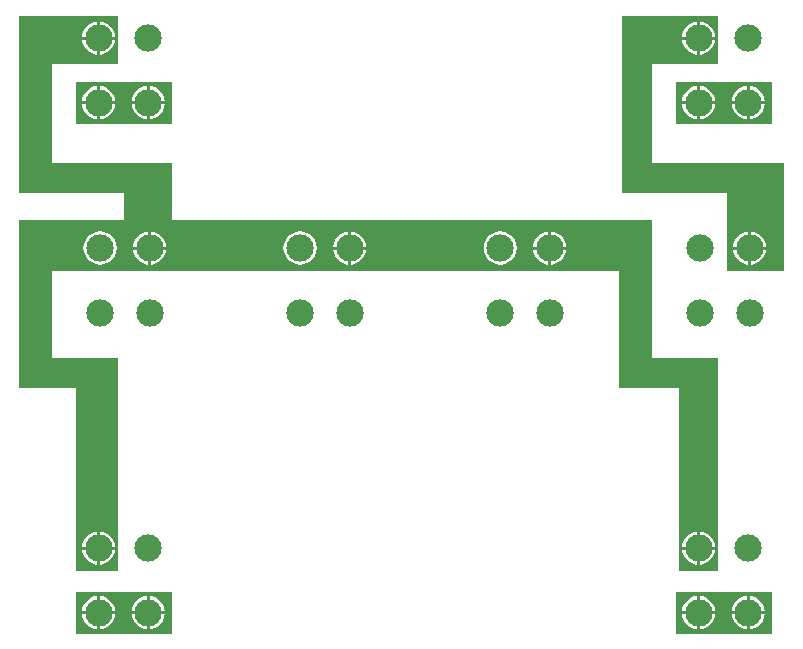
<source format=gbl>
%FSLAX23Y23*%
%MOIN*%
G70*
G01*
G75*
G04 Layer_Physical_Order=2*
G04 Layer_Color=16711680*
%ADD10C,0.091*%
G36*
X2560Y2030D02*
X2240D01*
Y2170D01*
X2560D01*
Y2030D01*
D02*
G37*
G36*
X380Y2230D02*
X160D01*
Y1900D01*
X560D01*
Y1710D01*
X2160D01*
Y1250D01*
X2380D01*
Y540D01*
X2250D01*
Y1150D01*
X2050D01*
Y1540D01*
X160D01*
Y1250D01*
X380D01*
Y540D01*
X240D01*
Y1150D01*
X50D01*
Y1710D01*
X400D01*
Y1800D01*
X50D01*
Y2390D01*
X380D01*
Y2230D01*
D02*
G37*
G36*
X2380D02*
X2160D01*
Y1900D01*
X2600D01*
Y1540D01*
X2410D01*
Y1800D01*
X2060D01*
Y2390D01*
X2380D01*
Y2230D01*
D02*
G37*
G36*
X560Y2030D02*
X240D01*
Y2170D01*
X560D01*
Y2030D01*
D02*
G37*
G36*
Y330D02*
X240D01*
Y470D01*
X560D01*
Y330D01*
D02*
G37*
G36*
X2560D02*
X2240D01*
Y470D01*
X2560D01*
Y330D01*
D02*
G37*
%LPC*%
G36*
X1207Y1610D02*
X1157D01*
Y1560D01*
X1166Y1561D01*
X1180Y1567D01*
X1191Y1576D01*
X1200Y1587D01*
X1206Y1601D01*
X1207Y1610D01*
D02*
G37*
G36*
X320Y670D02*
Y620D01*
X370D01*
X369Y629D01*
X363Y643D01*
X354Y654D01*
X343Y663D01*
X329Y669D01*
X320Y670D01*
D02*
G37*
G36*
X2310D02*
X2301Y669D01*
X2287Y663D01*
X2276Y654D01*
X2267Y643D01*
X2261Y629D01*
X2260Y620D01*
X2310D01*
Y670D01*
D02*
G37*
G36*
X310Y395D02*
X260D01*
X261Y386D01*
X267Y372D01*
X276Y361D01*
X287Y352D01*
X301Y346D01*
X310Y345D01*
Y395D01*
D02*
G37*
G36*
X2310Y610D02*
X2260D01*
X2261Y601D01*
X2267Y587D01*
X2276Y576D01*
X2287Y567D01*
X2301Y561D01*
X2310Y560D01*
Y610D01*
D02*
G37*
G36*
X2370D02*
X2320D01*
Y560D01*
X2329Y561D01*
X2343Y567D01*
X2354Y576D01*
X2363Y587D01*
X2369Y601D01*
X2370Y610D01*
D02*
G37*
G36*
X310Y670D02*
X301Y669D01*
X287Y663D01*
X276Y654D01*
X267Y643D01*
X261Y629D01*
X260Y620D01*
X310D01*
Y670D01*
D02*
G37*
G36*
X1653Y1671D02*
X1639Y1669D01*
X1625Y1663D01*
X1614Y1654D01*
X1605Y1643D01*
X1599Y1629D01*
X1598Y1615D01*
X1599Y1601D01*
X1605Y1587D01*
X1614Y1576D01*
X1625Y1567D01*
X1639Y1561D01*
X1653Y1559D01*
X1668Y1561D01*
X1681Y1567D01*
X1693Y1576D01*
X1702Y1587D01*
X1707Y1601D01*
X1709Y1615D01*
X1707Y1629D01*
X1702Y1643D01*
X1693Y1654D01*
X1681Y1663D01*
X1668Y1669D01*
X1653Y1671D01*
D02*
G37*
G36*
X480Y1610D02*
X430D01*
X431Y1601D01*
X437Y1587D01*
X446Y1576D01*
X457Y1567D01*
X471Y1561D01*
X480Y1560D01*
Y1610D01*
D02*
G37*
G36*
X540D02*
X490D01*
Y1560D01*
X499Y1561D01*
X513Y1567D01*
X524Y1576D01*
X533Y1587D01*
X539Y1601D01*
X540Y1610D01*
D02*
G37*
G36*
X987Y1671D02*
X972Y1669D01*
X959Y1663D01*
X947Y1654D01*
X938Y1643D01*
X933Y1629D01*
X931Y1615D01*
X933Y1601D01*
X938Y1587D01*
X947Y1576D01*
X959Y1567D01*
X972Y1561D01*
X987Y1559D01*
X1001Y1561D01*
X1015Y1567D01*
X1026Y1576D01*
X1035Y1587D01*
X1041Y1601D01*
X1042Y1615D01*
X1041Y1629D01*
X1035Y1643D01*
X1026Y1654D01*
X1015Y1663D01*
X1001Y1669D01*
X987Y1671D01*
D02*
G37*
G36*
X2320Y670D02*
Y620D01*
X2370D01*
X2369Y629D01*
X2363Y643D01*
X2354Y654D01*
X2343Y663D01*
X2329Y669D01*
X2320Y670D01*
D02*
G37*
G36*
X1147Y1610D02*
X1097D01*
X1098Y1601D01*
X1103Y1587D01*
X1112Y1576D01*
X1124Y1567D01*
X1137Y1561D01*
X1147Y1560D01*
Y1610D01*
D02*
G37*
G36*
X320Y1671D02*
X306Y1669D01*
X292Y1663D01*
X281Y1654D01*
X272Y1643D01*
X266Y1629D01*
X264Y1615D01*
X266Y1601D01*
X272Y1587D01*
X281Y1576D01*
X292Y1567D01*
X306Y1561D01*
X320Y1559D01*
X334Y1561D01*
X348Y1567D01*
X359Y1576D01*
X368Y1587D01*
X374Y1601D01*
X376Y1615D01*
X374Y1629D01*
X368Y1643D01*
X359Y1654D01*
X348Y1663D01*
X334Y1669D01*
X320Y1671D01*
D02*
G37*
G36*
X370Y610D02*
X320D01*
Y560D01*
X329Y561D01*
X343Y567D01*
X354Y576D01*
X363Y587D01*
X369Y601D01*
X370Y610D01*
D02*
G37*
G36*
X2535Y395D02*
X2485D01*
Y345D01*
X2494Y346D01*
X2508Y352D01*
X2519Y361D01*
X2528Y372D01*
X2534Y386D01*
X2535Y395D01*
D02*
G37*
G36*
X2475D02*
X2425D01*
X2426Y386D01*
X2432Y372D01*
X2441Y361D01*
X2452Y352D01*
X2466Y346D01*
X2475Y345D01*
Y395D01*
D02*
G37*
G36*
X320Y455D02*
Y405D01*
X370D01*
X369Y414D01*
X363Y428D01*
X354Y439D01*
X343Y448D01*
X329Y454D01*
X320Y455D01*
D02*
G37*
G36*
X310D02*
X301Y454D01*
X287Y448D01*
X276Y439D01*
X267Y428D01*
X261Y414D01*
X260Y405D01*
X310D01*
Y455D01*
D02*
G37*
G36*
X535Y395D02*
X485D01*
Y345D01*
X494Y346D01*
X508Y352D01*
X519Y361D01*
X528Y372D01*
X534Y386D01*
X535Y395D01*
D02*
G37*
G36*
X475D02*
X425D01*
X426Y386D01*
X432Y372D01*
X441Y361D01*
X452Y352D01*
X466Y346D01*
X475Y345D01*
Y395D01*
D02*
G37*
G36*
X2370D02*
X2320D01*
Y345D01*
X2329Y346D01*
X2343Y352D01*
X2354Y361D01*
X2363Y372D01*
X2369Y386D01*
X2370Y395D01*
D02*
G37*
G36*
X2310D02*
X2260D01*
X2261Y386D01*
X2267Y372D01*
X2276Y361D01*
X2287Y352D01*
X2301Y346D01*
X2310Y345D01*
Y395D01*
D02*
G37*
G36*
X2485Y455D02*
Y405D01*
X2535D01*
X2534Y414D01*
X2528Y428D01*
X2519Y439D01*
X2508Y448D01*
X2494Y454D01*
X2485Y455D01*
D02*
G37*
G36*
X2475D02*
X2466Y454D01*
X2452Y448D01*
X2441Y439D01*
X2432Y428D01*
X2426Y414D01*
X2425Y405D01*
X2475D01*
Y455D01*
D02*
G37*
G36*
X310Y610D02*
X260D01*
X261Y601D01*
X267Y587D01*
X276Y576D01*
X287Y567D01*
X301Y561D01*
X310Y560D01*
Y610D01*
D02*
G37*
G36*
X370Y395D02*
X320D01*
Y345D01*
X329Y346D01*
X343Y352D01*
X354Y361D01*
X363Y372D01*
X369Y386D01*
X370Y395D01*
D02*
G37*
G36*
X485Y455D02*
Y405D01*
X535D01*
X534Y414D01*
X528Y428D01*
X519Y439D01*
X508Y448D01*
X494Y454D01*
X485Y455D01*
D02*
G37*
G36*
X475D02*
X466Y454D01*
X452Y448D01*
X441Y439D01*
X432Y428D01*
X426Y414D01*
X425Y405D01*
X475D01*
Y455D01*
D02*
G37*
G36*
X2320D02*
Y405D01*
X2370D01*
X2369Y414D01*
X2363Y428D01*
X2354Y439D01*
X2343Y448D01*
X2329Y454D01*
X2320Y455D01*
D02*
G37*
G36*
X2310D02*
X2301Y454D01*
X2287Y448D01*
X2276Y439D01*
X2267Y428D01*
X2261Y414D01*
X2260Y405D01*
X2310D01*
Y455D01*
D02*
G37*
G36*
X1813Y1610D02*
X1763D01*
X1764Y1601D01*
X1770Y1587D01*
X1779Y1576D01*
X1790Y1567D01*
X1804Y1561D01*
X1813Y1560D01*
Y1610D01*
D02*
G37*
G36*
X2310Y2155D02*
X2301Y2154D01*
X2287Y2148D01*
X2276Y2139D01*
X2267Y2128D01*
X2261Y2114D01*
X2260Y2105D01*
X2310D01*
Y2155D01*
D02*
G37*
G36*
X485D02*
Y2105D01*
X535D01*
X534Y2114D01*
X528Y2128D01*
X519Y2139D01*
X508Y2148D01*
X494Y2154D01*
X485Y2155D01*
D02*
G37*
G36*
X2475D02*
X2466Y2154D01*
X2452Y2148D01*
X2441Y2139D01*
X2432Y2128D01*
X2426Y2114D01*
X2425Y2105D01*
X2475D01*
Y2155D01*
D02*
G37*
G36*
X2320D02*
Y2105D01*
X2370D01*
X2369Y2114D01*
X2363Y2128D01*
X2354Y2139D01*
X2343Y2148D01*
X2329Y2154D01*
X2320Y2155D01*
D02*
G37*
G36*
X310D02*
X301Y2154D01*
X287Y2148D01*
X276Y2139D01*
X267Y2128D01*
X261Y2114D01*
X260Y2105D01*
X310D01*
Y2155D01*
D02*
G37*
G36*
X2535Y2095D02*
X2485D01*
Y2045D01*
X2494Y2046D01*
X2508Y2052D01*
X2519Y2061D01*
X2528Y2072D01*
X2534Y2086D01*
X2535Y2095D01*
D02*
G37*
G36*
X475Y2155D02*
X466Y2154D01*
X452Y2148D01*
X441Y2139D01*
X432Y2128D01*
X426Y2114D01*
X425Y2105D01*
X475D01*
Y2155D01*
D02*
G37*
G36*
X320D02*
Y2105D01*
X370D01*
X369Y2114D01*
X363Y2128D01*
X354Y2139D01*
X343Y2148D01*
X329Y2154D01*
X320Y2155D01*
D02*
G37*
G36*
X2485D02*
Y2105D01*
X2535D01*
X2534Y2114D01*
X2528Y2128D01*
X2519Y2139D01*
X2508Y2148D01*
X2494Y2154D01*
X2485Y2155D01*
D02*
G37*
G36*
X320Y2370D02*
Y2320D01*
X370D01*
X369Y2329D01*
X363Y2343D01*
X354Y2354D01*
X343Y2363D01*
X329Y2369D01*
X320Y2370D01*
D02*
G37*
G36*
X310D02*
X301Y2369D01*
X287Y2363D01*
X276Y2354D01*
X267Y2343D01*
X261Y2329D01*
X260Y2320D01*
X310D01*
Y2370D01*
D02*
G37*
G36*
X2320D02*
Y2320D01*
X2370D01*
X2369Y2329D01*
X2363Y2343D01*
X2354Y2354D01*
X2343Y2363D01*
X2329Y2369D01*
X2320Y2370D01*
D02*
G37*
G36*
X2310D02*
X2301Y2369D01*
X2287Y2363D01*
X2276Y2354D01*
X2267Y2343D01*
X2261Y2329D01*
X2260Y2320D01*
X2310D01*
Y2370D01*
D02*
G37*
G36*
X370Y2310D02*
X320D01*
Y2260D01*
X329Y2261D01*
X343Y2267D01*
X354Y2276D01*
X363Y2287D01*
X369Y2301D01*
X370Y2310D01*
D02*
G37*
G36*
X310D02*
X260D01*
X261Y2301D01*
X267Y2287D01*
X276Y2276D01*
X287Y2267D01*
X301Y2261D01*
X310Y2260D01*
Y2310D01*
D02*
G37*
G36*
X2370D02*
X2320D01*
Y2260D01*
X2329Y2261D01*
X2343Y2267D01*
X2354Y2276D01*
X2363Y2287D01*
X2369Y2301D01*
X2370Y2310D01*
D02*
G37*
G36*
X2310D02*
X2260D01*
X2261Y2301D01*
X2267Y2287D01*
X2276Y2276D01*
X2287Y2267D01*
X2301Y2261D01*
X2310Y2260D01*
Y2310D01*
D02*
G37*
G36*
X2475Y2095D02*
X2425D01*
X2426Y2086D01*
X2432Y2072D01*
X2441Y2061D01*
X2452Y2052D01*
X2466Y2046D01*
X2475Y2045D01*
Y2095D01*
D02*
G37*
G36*
X1147Y1670D02*
X1137Y1669D01*
X1124Y1663D01*
X1112Y1654D01*
X1103Y1643D01*
X1098Y1629D01*
X1097Y1620D01*
X1147D01*
Y1670D01*
D02*
G37*
G36*
X490D02*
Y1620D01*
X540D01*
X539Y1629D01*
X533Y1643D01*
X524Y1654D01*
X513Y1663D01*
X499Y1669D01*
X490Y1670D01*
D02*
G37*
G36*
X1813D02*
X1804Y1669D01*
X1790Y1663D01*
X1779Y1654D01*
X1770Y1643D01*
X1764Y1629D01*
X1763Y1620D01*
X1813D01*
Y1670D01*
D02*
G37*
G36*
X1157D02*
Y1620D01*
X1207D01*
X1206Y1629D01*
X1200Y1643D01*
X1191Y1654D01*
X1180Y1663D01*
X1166Y1669D01*
X1157Y1670D01*
D02*
G37*
G36*
X2480Y1610D02*
X2430D01*
X2431Y1601D01*
X2437Y1587D01*
X2446Y1576D01*
X2457Y1567D01*
X2471Y1561D01*
X2480Y1560D01*
Y1610D01*
D02*
G37*
G36*
X1873D02*
X1823D01*
Y1560D01*
X1833Y1561D01*
X1846Y1567D01*
X1858Y1576D01*
X1867Y1587D01*
X1872Y1601D01*
X1873Y1610D01*
D02*
G37*
G36*
X480Y1670D02*
X471Y1669D01*
X457Y1663D01*
X446Y1654D01*
X437Y1643D01*
X431Y1629D01*
X430Y1620D01*
X480D01*
Y1670D01*
D02*
G37*
G36*
X2540Y1610D02*
X2490D01*
Y1560D01*
X2499Y1561D01*
X2513Y1567D01*
X2524Y1576D01*
X2533Y1587D01*
X2539Y1601D01*
X2540Y1610D01*
D02*
G37*
G36*
X1823Y1670D02*
Y1620D01*
X1873D01*
X1872Y1629D01*
X1867Y1643D01*
X1858Y1654D01*
X1846Y1663D01*
X1833Y1669D01*
X1823Y1670D01*
D02*
G37*
G36*
X535Y2095D02*
X485D01*
Y2045D01*
X494Y2046D01*
X508Y2052D01*
X519Y2061D01*
X528Y2072D01*
X534Y2086D01*
X535Y2095D01*
D02*
G37*
G36*
X475D02*
X425D01*
X426Y2086D01*
X432Y2072D01*
X441Y2061D01*
X452Y2052D01*
X466Y2046D01*
X475Y2045D01*
Y2095D01*
D02*
G37*
G36*
X2370D02*
X2320D01*
Y2045D01*
X2329Y2046D01*
X2343Y2052D01*
X2354Y2061D01*
X2363Y2072D01*
X2369Y2086D01*
X2370Y2095D01*
D02*
G37*
G36*
X2310D02*
X2260D01*
X2261Y2086D01*
X2267Y2072D01*
X2276Y2061D01*
X2287Y2052D01*
X2301Y2046D01*
X2310Y2045D01*
Y2095D01*
D02*
G37*
G36*
X2490Y1670D02*
Y1620D01*
X2540D01*
X2539Y1629D01*
X2533Y1643D01*
X2524Y1654D01*
X2513Y1663D01*
X2499Y1669D01*
X2490Y1670D01*
D02*
G37*
G36*
X2480D02*
X2471Y1669D01*
X2457Y1663D01*
X2446Y1654D01*
X2437Y1643D01*
X2431Y1629D01*
X2430Y1620D01*
X2480D01*
Y1670D01*
D02*
G37*
G36*
X370Y2095D02*
X320D01*
Y2045D01*
X329Y2046D01*
X343Y2052D01*
X354Y2061D01*
X363Y2072D01*
X369Y2086D01*
X370Y2095D01*
D02*
G37*
G36*
X310D02*
X260D01*
X261Y2086D01*
X267Y2072D01*
X276Y2061D01*
X287Y2052D01*
X301Y2046D01*
X310Y2045D01*
Y2095D01*
D02*
G37*
%LPD*%
D10*
X2315Y2315D02*
D03*
X2480D02*
D03*
Y2100D02*
D03*
X2315D02*
D03*
Y615D02*
D03*
X2480D02*
D03*
Y400D02*
D03*
X2315D02*
D03*
X315Y615D02*
D03*
X480D02*
D03*
Y400D02*
D03*
X315D02*
D03*
Y2315D02*
D03*
X480D02*
D03*
Y2100D02*
D03*
X315D02*
D03*
X485Y1615D02*
D03*
X320D02*
D03*
Y1400D02*
D03*
X485D02*
D03*
X1152Y1615D02*
D03*
X987D02*
D03*
Y1400D02*
D03*
X1152D02*
D03*
X1818Y1615D02*
D03*
X1653D02*
D03*
Y1400D02*
D03*
X1818D02*
D03*
X2485Y1615D02*
D03*
X2320D02*
D03*
Y1400D02*
D03*
X2485D02*
D03*
M02*

</source>
